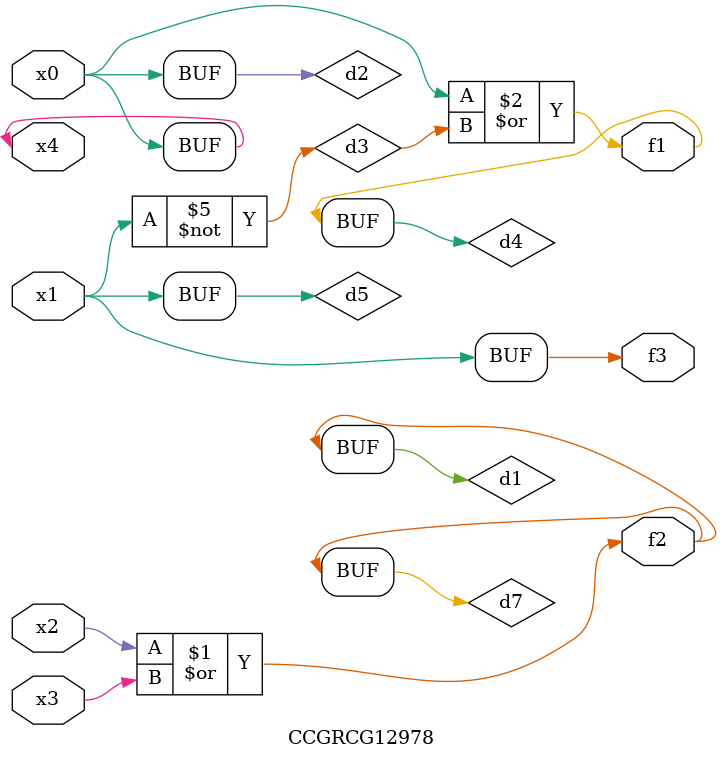
<source format=v>
module CCGRCG12978(
	input x0, x1, x2, x3, x4,
	output f1, f2, f3
);

	wire d1, d2, d3, d4, d5, d6, d7;

	or (d1, x2, x3);
	buf (d2, x0, x4);
	not (d3, x1);
	or (d4, d2, d3);
	not (d5, d3);
	nand (d6, d1, d3);
	or (d7, d1);
	assign f1 = d4;
	assign f2 = d7;
	assign f3 = d5;
endmodule

</source>
